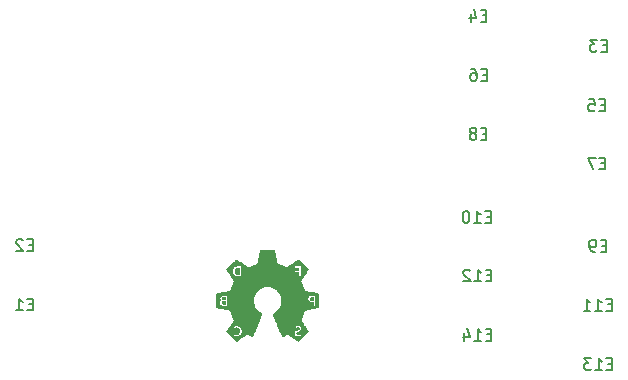
<source format=gbr>
G04 #@! TF.GenerationSoftware,KiCad,Pcbnew,(5.1.0)-1*
G04 #@! TF.CreationDate,2019-03-28T22:22:43+01:00*
G04 #@! TF.ProjectId,debounce_shield,6465626f-756e-4636-955f-736869656c64,rev?*
G04 #@! TF.SameCoordinates,Original*
G04 #@! TF.FileFunction,Legend,Bot*
G04 #@! TF.FilePolarity,Positive*
%FSLAX46Y46*%
G04 Gerber Fmt 4.6, Leading zero omitted, Abs format (unit mm)*
G04 Created by KiCad (PCBNEW (5.1.0)-1) date 2019-03-28 22:22:43*
%MOMM*%
%LPD*%
G04 APERTURE LIST*
%ADD10C,0.010000*%
%ADD11C,0.150000*%
G04 APERTURE END LIST*
D10*
G36*
X127064727Y-107733082D02*
G01*
X126990069Y-107768459D01*
X126938929Y-107828024D01*
X126910840Y-107912272D01*
X126904624Y-107994419D01*
X126916191Y-108094886D01*
X126950409Y-108171282D01*
X127008178Y-108225494D01*
X127017533Y-108231049D01*
X127074941Y-108253375D01*
X127145025Y-108267486D01*
X127210234Y-108270418D01*
X127232834Y-108267409D01*
X127244014Y-108262014D01*
X127251991Y-108248334D01*
X127257295Y-108221433D01*
X127260455Y-108176375D01*
X127262000Y-108108225D01*
X127262459Y-108012048D01*
X127262467Y-107991091D01*
X127262467Y-107721399D01*
X127163371Y-107721399D01*
X127064727Y-107733082D01*
X127064727Y-107733082D01*
G37*
X127064727Y-107733082D02*
X126990069Y-107768459D01*
X126938929Y-107828024D01*
X126910840Y-107912272D01*
X126904624Y-107994419D01*
X126916191Y-108094886D01*
X126950409Y-108171282D01*
X127008178Y-108225494D01*
X127017533Y-108231049D01*
X127074941Y-108253375D01*
X127145025Y-108267486D01*
X127210234Y-108270418D01*
X127232834Y-108267409D01*
X127244014Y-108262014D01*
X127251991Y-108248334D01*
X127257295Y-108221433D01*
X127260455Y-108176375D01*
X127262000Y-108108225D01*
X127262459Y-108012048D01*
X127262467Y-107991091D01*
X127262467Y-107721399D01*
X127163371Y-107721399D01*
X127064727Y-107733082D01*
G36*
X133427625Y-110230708D02*
G01*
X133352734Y-110240525D01*
X133305811Y-110259632D01*
X133281348Y-110292201D01*
X133273834Y-110342403D01*
X133273800Y-110347179D01*
X133283829Y-110403985D01*
X133316039Y-110440924D01*
X133373611Y-110460267D01*
X133438435Y-110464600D01*
X133527800Y-110464600D01*
X133527800Y-110223462D01*
X133427625Y-110230708D01*
X133427625Y-110230708D01*
G37*
X133427625Y-110230708D02*
X133352734Y-110240525D01*
X133305811Y-110259632D01*
X133281348Y-110292201D01*
X133273834Y-110342403D01*
X133273800Y-110347179D01*
X133283829Y-110403985D01*
X133316039Y-110440924D01*
X133373611Y-110460267D01*
X133438435Y-110464600D01*
X133527800Y-110464600D01*
X133527800Y-110223462D01*
X133427625Y-110230708D01*
G36*
X125996700Y-110210849D02*
G01*
X125912665Y-110219689D01*
X125856222Y-110245203D01*
X125828540Y-110286791D01*
X125826400Y-110298255D01*
X125835415Y-110345029D01*
X125873949Y-110377397D01*
X125940443Y-110394404D01*
X125987768Y-110396866D01*
X126077133Y-110396866D01*
X126077133Y-110210600D01*
X125996700Y-110210849D01*
X125996700Y-110210849D01*
G37*
X125996700Y-110210849D02*
X125912665Y-110219689D01*
X125856222Y-110245203D01*
X125828540Y-110286791D01*
X125826400Y-110298255D01*
X125835415Y-110345029D01*
X125873949Y-110377397D01*
X125940443Y-110394404D01*
X125987768Y-110396866D01*
X126077133Y-110396866D01*
X126077133Y-110210600D01*
X125996700Y-110210849D01*
G36*
X125979767Y-110566449D02*
G01*
X125894832Y-110572060D01*
X125838094Y-110589913D01*
X125805373Y-110622313D01*
X125792644Y-110669638D01*
X125794482Y-110716010D01*
X125812629Y-110747394D01*
X125852109Y-110767202D01*
X125917949Y-110778842D01*
X125958847Y-110782420D01*
X126077133Y-110790883D01*
X126077133Y-110566200D01*
X125979767Y-110566449D01*
X125979767Y-110566449D01*
G37*
X125979767Y-110566449D02*
X125894832Y-110572060D01*
X125838094Y-110589913D01*
X125805373Y-110622313D01*
X125792644Y-110669638D01*
X125794482Y-110716010D01*
X125812629Y-110747394D01*
X125852109Y-110767202D01*
X125917949Y-110778842D01*
X125958847Y-110782420D01*
X126077133Y-110790883D01*
X126077133Y-110566200D01*
X125979767Y-110566449D01*
G36*
X129059722Y-106235499D02*
G01*
X129053373Y-106261083D01*
X129041857Y-106315668D01*
X129026019Y-106394926D01*
X129006704Y-106494529D01*
X128984755Y-106610151D01*
X128961018Y-106737462D01*
X128948220Y-106806999D01*
X128916189Y-106978418D01*
X128888829Y-107117393D01*
X128865900Y-107224990D01*
X128847165Y-107302274D01*
X128832386Y-107350311D01*
X128822712Y-107368990D01*
X128799682Y-107383218D01*
X128749893Y-107407853D01*
X128678052Y-107440773D01*
X128588865Y-107479859D01*
X128487037Y-107522991D01*
X128413959Y-107553147D01*
X128291327Y-107602843D01*
X128195913Y-107640455D01*
X128123816Y-107667264D01*
X128071134Y-107684551D01*
X128033969Y-107693595D01*
X128008417Y-107695679D01*
X127990626Y-107692099D01*
X127966605Y-107678646D01*
X127918477Y-107648344D01*
X127849954Y-107603652D01*
X127775998Y-107554503D01*
X127465667Y-107554503D01*
X127465667Y-107992310D01*
X127465514Y-108125849D01*
X127464885Y-108229395D01*
X127463522Y-108306821D01*
X127461166Y-108361999D01*
X127457561Y-108398801D01*
X127452450Y-108421102D01*
X127445573Y-108432772D01*
X127436675Y-108437686D01*
X127436034Y-108437860D01*
X127384164Y-108445251D01*
X127309179Y-108448407D01*
X127221514Y-108447681D01*
X127131610Y-108443425D01*
X127049902Y-108435991D01*
X126986831Y-108425731D01*
X126973440Y-108422255D01*
X126886076Y-108382565D01*
X126806610Y-108321410D01*
X126743502Y-108246925D01*
X126705210Y-108167245D01*
X126704095Y-108163255D01*
X126688740Y-108070944D01*
X126685630Y-107965462D01*
X126694785Y-107864794D01*
X126703691Y-107822911D01*
X126737972Y-107747882D01*
X126795661Y-107674325D01*
X126867462Y-107612514D01*
X126922413Y-107581168D01*
X126990503Y-107560224D01*
X127081404Y-107545159D01*
X127184425Y-107536894D01*
X127288877Y-107536352D01*
X127370207Y-107542576D01*
X127465667Y-107554503D01*
X127775998Y-107554503D01*
X127764753Y-107547030D01*
X127666587Y-107480935D01*
X127559172Y-107407829D01*
X127501449Y-107368241D01*
X127391655Y-107293316D01*
X127289943Y-107224996D01*
X127199865Y-107165584D01*
X127124976Y-107117381D01*
X127068828Y-107082689D01*
X127034973Y-107063809D01*
X127027181Y-107061000D01*
X127008965Y-107072612D01*
X126970721Y-107105148D01*
X126915918Y-107155158D01*
X126848029Y-107219191D01*
X126770522Y-107293796D01*
X126686871Y-107375523D01*
X126600545Y-107460921D01*
X126515016Y-107546540D01*
X126433754Y-107628928D01*
X126360230Y-107704636D01*
X126297916Y-107770212D01*
X126250282Y-107822207D01*
X126220800Y-107857169D01*
X126212600Y-107870811D01*
X126221883Y-107889647D01*
X126248223Y-107932845D01*
X126289357Y-107996952D01*
X126343021Y-108078515D01*
X126406952Y-108174081D01*
X126478885Y-108280197D01*
X126527983Y-108351917D01*
X126604008Y-108463605D01*
X126673440Y-108567639D01*
X126734003Y-108660444D01*
X126783416Y-108738447D01*
X126819402Y-108798073D01*
X126839681Y-108835748D01*
X126843367Y-108846552D01*
X126836973Y-108869970D01*
X126819219Y-108919248D01*
X126792246Y-108989188D01*
X126758196Y-109074591D01*
X126719209Y-109170259D01*
X126677427Y-109270994D01*
X126634990Y-109371596D01*
X126594041Y-109466866D01*
X126556721Y-109551608D01*
X126525170Y-109620620D01*
X126520325Y-109630853D01*
X126511948Y-109648245D01*
X126502834Y-109662706D01*
X126489592Y-109675185D01*
X126468829Y-109686628D01*
X126437154Y-109697983D01*
X126391173Y-109710197D01*
X126327495Y-109724218D01*
X126242727Y-109740993D01*
X126133477Y-109761470D01*
X125996354Y-109786595D01*
X125899333Y-109804288D01*
X125775120Y-109827243D01*
X125660368Y-109849014D01*
X125559721Y-109868675D01*
X125477827Y-109885300D01*
X125419328Y-109897964D01*
X125388871Y-109905741D01*
X125387100Y-109906390D01*
X125349000Y-109922007D01*
X125349000Y-110487563D01*
X125349304Y-110650539D01*
X125350282Y-110782358D01*
X125352031Y-110885726D01*
X125354651Y-110963349D01*
X125358239Y-111017932D01*
X125362893Y-111052181D01*
X125368713Y-111068800D01*
X125370167Y-111070365D01*
X125391518Y-111077583D01*
X125442013Y-111089886D01*
X125517459Y-111106397D01*
X125613664Y-111126240D01*
X125726433Y-111148539D01*
X125851573Y-111172419D01*
X125916267Y-111184455D01*
X126045959Y-111208872D01*
X126165338Y-111232285D01*
X126270208Y-111253798D01*
X126356375Y-111272514D01*
X126419644Y-111287538D01*
X126455820Y-111297973D01*
X126462387Y-111301140D01*
X126473528Y-111321056D01*
X126494935Y-111367470D01*
X126524551Y-111435334D01*
X126560321Y-111519600D01*
X126600186Y-111615221D01*
X126642090Y-111717150D01*
X126683977Y-111820339D01*
X126723790Y-111919740D01*
X126759472Y-112010306D01*
X126788966Y-112086990D01*
X126810216Y-112144743D01*
X126821165Y-112178519D01*
X126822200Y-112184188D01*
X126812950Y-112202315D01*
X126786729Y-112244807D01*
X126745829Y-112308177D01*
X126692543Y-112388934D01*
X126629162Y-112483592D01*
X126557978Y-112588661D01*
X126517400Y-112648063D01*
X126442968Y-112757317D01*
X126375111Y-112858074D01*
X126316122Y-112946836D01*
X126268296Y-113020108D01*
X126233924Y-113074394D01*
X126215301Y-113106197D01*
X126212600Y-113112768D01*
X126224194Y-113129017D01*
X126257116Y-113166130D01*
X126308580Y-113221192D01*
X126375799Y-113291288D01*
X126455987Y-113373504D01*
X126546354Y-113464927D01*
X126617161Y-113535814D01*
X126727330Y-113645376D01*
X126816253Y-113733045D01*
X126886465Y-113801043D01*
X126940499Y-113851592D01*
X126980887Y-113886915D01*
X127010164Y-113909233D01*
X127030863Y-113920770D01*
X127045516Y-113923746D01*
X127055980Y-113920758D01*
X127078366Y-113906713D01*
X127124777Y-113876037D01*
X127191362Y-113831333D01*
X127274269Y-113775199D01*
X127369648Y-113710237D01*
X127473645Y-113639047D01*
X127497244Y-113622845D01*
X127602524Y-113551377D01*
X127700240Y-113486655D01*
X127786537Y-113431108D01*
X127857560Y-113387162D01*
X127909454Y-113357244D01*
X127938364Y-113343780D01*
X127941367Y-113343266D01*
X127969726Y-113350908D01*
X128020944Y-113371811D01*
X128088193Y-113402945D01*
X128164644Y-113441276D01*
X128178833Y-113448695D01*
X128267634Y-113493628D01*
X128334967Y-113523868D01*
X128378226Y-113538338D01*
X128393985Y-113537595D01*
X128404805Y-113517207D01*
X128426641Y-113469119D01*
X128458133Y-113396666D01*
X128497920Y-113303182D01*
X128544642Y-113192002D01*
X128582656Y-113100747D01*
X127504586Y-113100747D01*
X127491045Y-113210357D01*
X127459062Y-113311161D01*
X127409536Y-113396264D01*
X127343369Y-113458774D01*
X127337561Y-113462483D01*
X127216709Y-113518781D01*
X127087730Y-113542843D01*
X126949179Y-113534853D01*
X126880791Y-113520193D01*
X126825424Y-113504340D01*
X126783769Y-113489756D01*
X126767073Y-113481152D01*
X126764478Y-113459009D01*
X126772573Y-113419015D01*
X126787353Y-113373058D01*
X126804815Y-113333028D01*
X126820957Y-113310813D01*
X126824905Y-113309399D01*
X126852036Y-113316761D01*
X126874165Y-113326956D01*
X126920820Y-113340342D01*
X126987297Y-113346015D01*
X127060505Y-113344234D01*
X127127350Y-113335261D01*
X127171654Y-113321045D01*
X127227168Y-113273740D01*
X127264049Y-113200637D01*
X127280786Y-113105155D01*
X127281651Y-113072009D01*
X127268888Y-112967114D01*
X127232774Y-112886043D01*
X127174900Y-112830128D01*
X127096856Y-112800701D01*
X127000234Y-112799092D01*
X126962877Y-112805232D01*
X126893724Y-112818671D01*
X126849906Y-112822653D01*
X126823643Y-112814813D01*
X126807154Y-112792781D01*
X126792659Y-112754191D01*
X126792376Y-112753351D01*
X126780042Y-112704825D01*
X126779234Y-112671550D01*
X126782346Y-112665147D01*
X126815056Y-112647305D01*
X126871176Y-112630162D01*
X126940276Y-112615707D01*
X127011924Y-112605929D01*
X127075689Y-112602819D01*
X127101049Y-112604350D01*
X127209010Y-112630288D01*
X127308724Y-112678964D01*
X127390671Y-112744990D01*
X127425567Y-112788000D01*
X127472747Y-112882675D01*
X127498787Y-112989221D01*
X127504586Y-113100747D01*
X128582656Y-113100747D01*
X128596939Y-113066462D01*
X128653450Y-112929895D01*
X128712815Y-112785637D01*
X128773674Y-112637022D01*
X128834666Y-112487386D01*
X128894432Y-112340063D01*
X128951610Y-112198388D01*
X129004841Y-112065695D01*
X129052764Y-111945321D01*
X129094019Y-111840598D01*
X129127246Y-111754863D01*
X129151085Y-111691450D01*
X129164174Y-111653694D01*
X129166241Y-111644378D01*
X129147002Y-111622052D01*
X129110492Y-111595253D01*
X129103436Y-111591006D01*
X128945716Y-111482982D01*
X128801971Y-111352684D01*
X128677215Y-111205978D01*
X128576461Y-111048733D01*
X128506695Y-110892519D01*
X128471025Y-110754655D01*
X128451715Y-110599203D01*
X128449256Y-110438492D01*
X128464138Y-110284853D01*
X128479526Y-110209298D01*
X128528035Y-110060895D01*
X126280333Y-110060895D01*
X126280333Y-110937198D01*
X126225300Y-110946369D01*
X126085340Y-110961212D01*
X125943468Y-110961125D01*
X125813347Y-110946395D01*
X125768870Y-110936777D01*
X125681441Y-110899477D01*
X125618204Y-110839523D01*
X125581109Y-110759795D01*
X125572101Y-110663175D01*
X125573289Y-110647442D01*
X125583348Y-110587017D01*
X125603794Y-110545062D01*
X125635103Y-110512043D01*
X125688490Y-110464341D01*
X125650022Y-110412311D01*
X125621282Y-110348112D01*
X125614353Y-110272253D01*
X125629268Y-110199003D01*
X125649477Y-110161189D01*
X125708242Y-110108217D01*
X125794653Y-110070054D01*
X125905581Y-110047375D01*
X126037895Y-110040858D01*
X126168783Y-110048949D01*
X126280333Y-110060895D01*
X128528035Y-110060895D01*
X128538626Y-110028496D01*
X128622120Y-109867440D01*
X128733957Y-109718879D01*
X128765373Y-109684364D01*
X128917423Y-109544040D01*
X129080019Y-109435709D01*
X129254578Y-109358751D01*
X129442516Y-109312545D01*
X129645249Y-109296473D01*
X129651591Y-109296450D01*
X129852744Y-109312400D01*
X130043760Y-109360517D01*
X130223244Y-109440249D01*
X130389804Y-109551044D01*
X130470897Y-109620800D01*
X130609139Y-109770975D01*
X130716215Y-109934339D01*
X130792288Y-110111268D01*
X130837520Y-110302137D01*
X130852083Y-110499991D01*
X130836312Y-110700957D01*
X130788664Y-110891028D01*
X130709588Y-111069401D01*
X130599537Y-111235274D01*
X130458959Y-111387844D01*
X130288305Y-111526309D01*
X130268070Y-111540402D01*
X130200978Y-111587797D01*
X130158530Y-111621836D01*
X130136427Y-111646753D01*
X130130371Y-111666781D01*
X130131589Y-111674792D01*
X130141549Y-111703381D01*
X130162891Y-111758505D01*
X130194220Y-111836841D01*
X130234141Y-111935069D01*
X130281260Y-112049868D01*
X130334180Y-112177918D01*
X130391508Y-112315897D01*
X130451847Y-112460486D01*
X130513803Y-112608362D01*
X130575981Y-112756207D01*
X130636985Y-112900697D01*
X130695421Y-113038514D01*
X130749894Y-113166335D01*
X130799009Y-113280842D01*
X130841370Y-113378711D01*
X130875582Y-113456624D01*
X130900251Y-113511258D01*
X130913981Y-113539294D01*
X130916144Y-113542336D01*
X130936918Y-113536933D01*
X130981083Y-113517974D01*
X131042420Y-113488344D01*
X131114712Y-113450928D01*
X131124442Y-113445722D01*
X131200195Y-113406662D01*
X131268398Y-113374462D01*
X131321921Y-113352292D01*
X131353636Y-113343319D01*
X131355016Y-113343266D01*
X131380518Y-113352881D01*
X131430642Y-113380541D01*
X131502553Y-113424472D01*
X131593413Y-113482896D01*
X131700385Y-113554039D01*
X131797892Y-113620455D01*
X131903010Y-113692544D01*
X132000611Y-113759099D01*
X132086770Y-113817473D01*
X132157561Y-113865019D01*
X132209058Y-113899090D01*
X132237337Y-113917039D01*
X132239687Y-113918368D01*
X132251291Y-113922832D01*
X132264687Y-113922337D01*
X132282478Y-113914634D01*
X132307267Y-113897479D01*
X132341658Y-113868623D01*
X132388255Y-113825821D01*
X132449661Y-113766825D01*
X132528478Y-113689389D01*
X132627312Y-113591266D01*
X132682972Y-113535814D01*
X132779004Y-113439543D01*
X132866891Y-113350389D01*
X132943848Y-113271260D01*
X133007088Y-113205063D01*
X133053826Y-113154708D01*
X133081276Y-113123102D01*
X133087533Y-113113537D01*
X133078259Y-113095309D01*
X133052009Y-113052863D01*
X133011147Y-112989784D01*
X132958034Y-112909656D01*
X132914744Y-112845346D01*
X132556615Y-112845346D01*
X132550245Y-112927914D01*
X132548364Y-112934540D01*
X132520632Y-112997200D01*
X132475458Y-113049369D01*
X132407426Y-113095768D01*
X132311585Y-113140925D01*
X132235799Y-113173118D01*
X132186167Y-113197537D01*
X132157209Y-113218510D01*
X132143447Y-113240363D01*
X132139404Y-113267422D01*
X132139267Y-113277010D01*
X132153667Y-113321737D01*
X132194527Y-113349970D01*
X132258334Y-113360984D01*
X132341576Y-113354055D01*
X132420209Y-113334983D01*
X132469548Y-113320556D01*
X132504477Y-113311342D01*
X132513833Y-113309583D01*
X132526165Y-113324207D01*
X132539116Y-113360341D01*
X132549927Y-113405801D01*
X132555834Y-113448398D01*
X132554077Y-113475946D01*
X132552212Y-113478961D01*
X132522592Y-113494919D01*
X132469837Y-113512037D01*
X132404479Y-113527804D01*
X132337051Y-113539712D01*
X132278085Y-113545252D01*
X132273574Y-113545352D01*
X132209058Y-113540773D01*
X132136967Y-113527926D01*
X132110067Y-113520883D01*
X132019989Y-113478746D01*
X131971527Y-113435628D01*
X131942258Y-113398507D01*
X131926469Y-113363576D01*
X131920123Y-113317851D01*
X131919134Y-113267066D01*
X131920970Y-113204089D01*
X131929142Y-113161955D01*
X131947643Y-113127722D01*
X131970949Y-113099163D01*
X132031832Y-113048490D01*
X132124770Y-112999137D01*
X132159569Y-112984274D01*
X132235937Y-112949347D01*
X132292712Y-112915748D01*
X132322801Y-112888113D01*
X132339114Y-112857605D01*
X132332815Y-112836587D01*
X132310105Y-112816146D01*
X132253633Y-112790869D01*
X132178293Y-112787497D01*
X132091205Y-112806227D01*
X132080648Y-112809847D01*
X132039096Y-112823783D01*
X132014535Y-112830363D01*
X132011881Y-112830270D01*
X132005453Y-112813884D01*
X131990983Y-112776084D01*
X131981296Y-112750599D01*
X131964856Y-112703770D01*
X131961460Y-112677569D01*
X131970961Y-112661435D01*
X131979961Y-112654236D01*
X132017661Y-112636822D01*
X132076659Y-112619929D01*
X132144467Y-112606362D01*
X132208592Y-112598928D01*
X132229000Y-112598294D01*
X132328778Y-112611202D01*
X132415531Y-112646680D01*
X132485156Y-112700409D01*
X132533551Y-112768071D01*
X132556615Y-112845346D01*
X132914744Y-112845346D01*
X132895032Y-112816064D01*
X132824502Y-112712595D01*
X132797163Y-112672802D01*
X132723482Y-112565195D01*
X132655580Y-112464893D01*
X132595999Y-112375745D01*
X132547286Y-112301597D01*
X132511984Y-112246300D01*
X132492638Y-112213700D01*
X132490201Y-112208608D01*
X132486824Y-112191447D01*
X132488866Y-112166580D01*
X132497549Y-112130338D01*
X132514097Y-112079054D01*
X132539734Y-112009063D01*
X132575684Y-111916697D01*
X132623170Y-111798289D01*
X132645553Y-111743098D01*
X132691900Y-111630196D01*
X132735057Y-111527205D01*
X132773146Y-111438435D01*
X132804291Y-111368198D01*
X132826614Y-111320805D01*
X132838214Y-111300590D01*
X132859454Y-111292823D01*
X132909845Y-111280010D01*
X132985199Y-111263046D01*
X133081327Y-111242825D01*
X133194039Y-111220242D01*
X133319145Y-111196190D01*
X133383867Y-111184109D01*
X133513541Y-111159739D01*
X133632904Y-111136538D01*
X133737763Y-111115381D01*
X133823924Y-111097143D01*
X133887196Y-111082700D01*
X133923385Y-111072927D01*
X133929967Y-111070103D01*
X133936118Y-111057026D01*
X133941048Y-111026876D01*
X133944856Y-110976918D01*
X133947642Y-110904415D01*
X133949508Y-110806630D01*
X133950554Y-110680825D01*
X133950880Y-110524266D01*
X133950874Y-110500626D01*
X133950383Y-110366430D01*
X133949111Y-110242611D01*
X133947164Y-110133360D01*
X133945151Y-110060895D01*
X133747933Y-110060895D01*
X133747933Y-110496992D01*
X133747512Y-110615263D01*
X133746326Y-110722223D01*
X133744491Y-110813251D01*
X133742124Y-110883724D01*
X133739342Y-110929018D01*
X133736645Y-110944377D01*
X133714806Y-110950473D01*
X133669976Y-110954572D01*
X133626578Y-110955666D01*
X133527800Y-110955666D01*
X133527800Y-110655320D01*
X133401368Y-110647206D01*
X133281879Y-110629320D01*
X133185537Y-110593238D01*
X133115130Y-110540270D01*
X133085298Y-110498730D01*
X133060819Y-110424806D01*
X133053822Y-110337140D01*
X133064306Y-110250996D01*
X133085298Y-110193402D01*
X133137082Y-110131882D01*
X133216759Y-110085589D01*
X133321625Y-110055234D01*
X133448978Y-110041524D01*
X133596113Y-110045167D01*
X133636383Y-110048949D01*
X133747933Y-110060895D01*
X133945151Y-110060895D01*
X133944650Y-110042865D01*
X133941675Y-109975318D01*
X133938346Y-109934906D01*
X133936200Y-109925389D01*
X133915224Y-109915575D01*
X133862686Y-109900829D01*
X133780465Y-109881567D01*
X133670441Y-109858209D01*
X133534492Y-109831172D01*
X133385598Y-109802936D01*
X133254096Y-109778170D01*
X133132479Y-109754671D01*
X133024969Y-109733301D01*
X132935788Y-109714921D01*
X132869157Y-109700394D01*
X132829298Y-109690583D01*
X132820306Y-109687502D01*
X132804584Y-109667210D01*
X132778976Y-109620602D01*
X132745643Y-109552779D01*
X132706752Y-109468844D01*
X132664464Y-109373900D01*
X132620945Y-109273049D01*
X132578357Y-109171393D01*
X132538866Y-109074034D01*
X132504635Y-108986076D01*
X132477828Y-108912619D01*
X132460609Y-108858768D01*
X132455141Y-108829623D01*
X132455554Y-108827444D01*
X132467618Y-108806379D01*
X132496550Y-108761026D01*
X132539969Y-108694960D01*
X132595494Y-108611758D01*
X132660745Y-108514997D01*
X132705267Y-108449533D01*
X132511800Y-108449533D01*
X132308600Y-108449533D01*
X132308600Y-108077000D01*
X131953000Y-108077000D01*
X131953000Y-107890733D01*
X132308600Y-107890733D01*
X132308600Y-107721399D01*
X131900430Y-107721399D01*
X131905549Y-107632499D01*
X131910667Y-107543600D01*
X132211233Y-107538975D01*
X132511800Y-107534351D01*
X132511800Y-108449533D01*
X132705267Y-108449533D01*
X132733342Y-108408253D01*
X132777195Y-108344170D01*
X132852363Y-108233948D01*
X132920969Y-108132153D01*
X132980737Y-108042258D01*
X133029389Y-107967733D01*
X133064650Y-107912051D01*
X133084244Y-107878683D01*
X133087533Y-107870863D01*
X133075839Y-107852664D01*
X133043073Y-107814580D01*
X132992708Y-107760057D01*
X132928219Y-107692542D01*
X132853078Y-107615485D01*
X132770759Y-107532331D01*
X132684736Y-107446528D01*
X132598483Y-107361524D01*
X132515474Y-107280767D01*
X132439182Y-107207703D01*
X132373080Y-107145781D01*
X132320642Y-107098447D01*
X132285343Y-107069149D01*
X132271516Y-107061000D01*
X132250914Y-107070297D01*
X132205993Y-107096692D01*
X132140229Y-107137941D01*
X132057102Y-107191798D01*
X131960090Y-107256017D01*
X131852672Y-107328355D01*
X131772987Y-107382733D01*
X131660619Y-107459355D01*
X131556512Y-107529449D01*
X131464092Y-107590775D01*
X131386788Y-107641095D01*
X131328027Y-107678170D01*
X131291236Y-107699762D01*
X131280345Y-107704466D01*
X131258927Y-107698320D01*
X131211193Y-107681192D01*
X131142118Y-107655053D01*
X131056680Y-107621871D01*
X130959855Y-107583615D01*
X130856618Y-107542253D01*
X130751948Y-107499754D01*
X130650820Y-107458087D01*
X130558211Y-107419222D01*
X130543403Y-107412920D01*
X130520408Y-107403612D01*
X130501521Y-107395174D01*
X130485735Y-107384354D01*
X130472044Y-107367894D01*
X130459443Y-107342541D01*
X130446924Y-107305040D01*
X130433483Y-107252135D01*
X130418112Y-107180572D01*
X130399805Y-107087096D01*
X130377557Y-106968451D01*
X130350362Y-106821384D01*
X130335167Y-106739266D01*
X130311260Y-106611190D01*
X130289034Y-106493870D01*
X130269300Y-106391445D01*
X130252866Y-106308052D01*
X130240543Y-106247828D01*
X130233140Y-106214909D01*
X130231625Y-106210100D01*
X130213443Y-106207098D01*
X130165355Y-106204349D01*
X130091322Y-106201940D01*
X129995306Y-106199956D01*
X129881265Y-106198484D01*
X129753163Y-106197611D01*
X129648648Y-106197399D01*
X129073495Y-106197399D01*
X129059722Y-106235499D01*
X129059722Y-106235499D01*
G37*
X129059722Y-106235499D02*
X129053373Y-106261083D01*
X129041857Y-106315668D01*
X129026019Y-106394926D01*
X129006704Y-106494529D01*
X128984755Y-106610151D01*
X128961018Y-106737462D01*
X128948220Y-106806999D01*
X128916189Y-106978418D01*
X128888829Y-107117393D01*
X128865900Y-107224990D01*
X128847165Y-107302274D01*
X128832386Y-107350311D01*
X128822712Y-107368990D01*
X128799682Y-107383218D01*
X128749893Y-107407853D01*
X128678052Y-107440773D01*
X128588865Y-107479859D01*
X128487037Y-107522991D01*
X128413959Y-107553147D01*
X128291327Y-107602843D01*
X128195913Y-107640455D01*
X128123816Y-107667264D01*
X128071134Y-107684551D01*
X128033969Y-107693595D01*
X128008417Y-107695679D01*
X127990626Y-107692099D01*
X127966605Y-107678646D01*
X127918477Y-107648344D01*
X127849954Y-107603652D01*
X127775998Y-107554503D01*
X127465667Y-107554503D01*
X127465667Y-107992310D01*
X127465514Y-108125849D01*
X127464885Y-108229395D01*
X127463522Y-108306821D01*
X127461166Y-108361999D01*
X127457561Y-108398801D01*
X127452450Y-108421102D01*
X127445573Y-108432772D01*
X127436675Y-108437686D01*
X127436034Y-108437860D01*
X127384164Y-108445251D01*
X127309179Y-108448407D01*
X127221514Y-108447681D01*
X127131610Y-108443425D01*
X127049902Y-108435991D01*
X126986831Y-108425731D01*
X126973440Y-108422255D01*
X126886076Y-108382565D01*
X126806610Y-108321410D01*
X126743502Y-108246925D01*
X126705210Y-108167245D01*
X126704095Y-108163255D01*
X126688740Y-108070944D01*
X126685630Y-107965462D01*
X126694785Y-107864794D01*
X126703691Y-107822911D01*
X126737972Y-107747882D01*
X126795661Y-107674325D01*
X126867462Y-107612514D01*
X126922413Y-107581168D01*
X126990503Y-107560224D01*
X127081404Y-107545159D01*
X127184425Y-107536894D01*
X127288877Y-107536352D01*
X127370207Y-107542576D01*
X127465667Y-107554503D01*
X127775998Y-107554503D01*
X127764753Y-107547030D01*
X127666587Y-107480935D01*
X127559172Y-107407829D01*
X127501449Y-107368241D01*
X127391655Y-107293316D01*
X127289943Y-107224996D01*
X127199865Y-107165584D01*
X127124976Y-107117381D01*
X127068828Y-107082689D01*
X127034973Y-107063809D01*
X127027181Y-107061000D01*
X127008965Y-107072612D01*
X126970721Y-107105148D01*
X126915918Y-107155158D01*
X126848029Y-107219191D01*
X126770522Y-107293796D01*
X126686871Y-107375523D01*
X126600545Y-107460921D01*
X126515016Y-107546540D01*
X126433754Y-107628928D01*
X126360230Y-107704636D01*
X126297916Y-107770212D01*
X126250282Y-107822207D01*
X126220800Y-107857169D01*
X126212600Y-107870811D01*
X126221883Y-107889647D01*
X126248223Y-107932845D01*
X126289357Y-107996952D01*
X126343021Y-108078515D01*
X126406952Y-108174081D01*
X126478885Y-108280197D01*
X126527983Y-108351917D01*
X126604008Y-108463605D01*
X126673440Y-108567639D01*
X126734003Y-108660444D01*
X126783416Y-108738447D01*
X126819402Y-108798073D01*
X126839681Y-108835748D01*
X126843367Y-108846552D01*
X126836973Y-108869970D01*
X126819219Y-108919248D01*
X126792246Y-108989188D01*
X126758196Y-109074591D01*
X126719209Y-109170259D01*
X126677427Y-109270994D01*
X126634990Y-109371596D01*
X126594041Y-109466866D01*
X126556721Y-109551608D01*
X126525170Y-109620620D01*
X126520325Y-109630853D01*
X126511948Y-109648245D01*
X126502834Y-109662706D01*
X126489592Y-109675185D01*
X126468829Y-109686628D01*
X126437154Y-109697983D01*
X126391173Y-109710197D01*
X126327495Y-109724218D01*
X126242727Y-109740993D01*
X126133477Y-109761470D01*
X125996354Y-109786595D01*
X125899333Y-109804288D01*
X125775120Y-109827243D01*
X125660368Y-109849014D01*
X125559721Y-109868675D01*
X125477827Y-109885300D01*
X125419328Y-109897964D01*
X125388871Y-109905741D01*
X125387100Y-109906390D01*
X125349000Y-109922007D01*
X125349000Y-110487563D01*
X125349304Y-110650539D01*
X125350282Y-110782358D01*
X125352031Y-110885726D01*
X125354651Y-110963349D01*
X125358239Y-111017932D01*
X125362893Y-111052181D01*
X125368713Y-111068800D01*
X125370167Y-111070365D01*
X125391518Y-111077583D01*
X125442013Y-111089886D01*
X125517459Y-111106397D01*
X125613664Y-111126240D01*
X125726433Y-111148539D01*
X125851573Y-111172419D01*
X125916267Y-111184455D01*
X126045959Y-111208872D01*
X126165338Y-111232285D01*
X126270208Y-111253798D01*
X126356375Y-111272514D01*
X126419644Y-111287538D01*
X126455820Y-111297973D01*
X126462387Y-111301140D01*
X126473528Y-111321056D01*
X126494935Y-111367470D01*
X126524551Y-111435334D01*
X126560321Y-111519600D01*
X126600186Y-111615221D01*
X126642090Y-111717150D01*
X126683977Y-111820339D01*
X126723790Y-111919740D01*
X126759472Y-112010306D01*
X126788966Y-112086990D01*
X126810216Y-112144743D01*
X126821165Y-112178519D01*
X126822200Y-112184188D01*
X126812950Y-112202315D01*
X126786729Y-112244807D01*
X126745829Y-112308177D01*
X126692543Y-112388934D01*
X126629162Y-112483592D01*
X126557978Y-112588661D01*
X126517400Y-112648063D01*
X126442968Y-112757317D01*
X126375111Y-112858074D01*
X126316122Y-112946836D01*
X126268296Y-113020108D01*
X126233924Y-113074394D01*
X126215301Y-113106197D01*
X126212600Y-113112768D01*
X126224194Y-113129017D01*
X126257116Y-113166130D01*
X126308580Y-113221192D01*
X126375799Y-113291288D01*
X126455987Y-113373504D01*
X126546354Y-113464927D01*
X126617161Y-113535814D01*
X126727330Y-113645376D01*
X126816253Y-113733045D01*
X126886465Y-113801043D01*
X126940499Y-113851592D01*
X126980887Y-113886915D01*
X127010164Y-113909233D01*
X127030863Y-113920770D01*
X127045516Y-113923746D01*
X127055980Y-113920758D01*
X127078366Y-113906713D01*
X127124777Y-113876037D01*
X127191362Y-113831333D01*
X127274269Y-113775199D01*
X127369648Y-113710237D01*
X127473645Y-113639047D01*
X127497244Y-113622845D01*
X127602524Y-113551377D01*
X127700240Y-113486655D01*
X127786537Y-113431108D01*
X127857560Y-113387162D01*
X127909454Y-113357244D01*
X127938364Y-113343780D01*
X127941367Y-113343266D01*
X127969726Y-113350908D01*
X128020944Y-113371811D01*
X128088193Y-113402945D01*
X128164644Y-113441276D01*
X128178833Y-113448695D01*
X128267634Y-113493628D01*
X128334967Y-113523868D01*
X128378226Y-113538338D01*
X128393985Y-113537595D01*
X128404805Y-113517207D01*
X128426641Y-113469119D01*
X128458133Y-113396666D01*
X128497920Y-113303182D01*
X128544642Y-113192002D01*
X128582656Y-113100747D01*
X127504586Y-113100747D01*
X127491045Y-113210357D01*
X127459062Y-113311161D01*
X127409536Y-113396264D01*
X127343369Y-113458774D01*
X127337561Y-113462483D01*
X127216709Y-113518781D01*
X127087730Y-113542843D01*
X126949179Y-113534853D01*
X126880791Y-113520193D01*
X126825424Y-113504340D01*
X126783769Y-113489756D01*
X126767073Y-113481152D01*
X126764478Y-113459009D01*
X126772573Y-113419015D01*
X126787353Y-113373058D01*
X126804815Y-113333028D01*
X126820957Y-113310813D01*
X126824905Y-113309399D01*
X126852036Y-113316761D01*
X126874165Y-113326956D01*
X126920820Y-113340342D01*
X126987297Y-113346015D01*
X127060505Y-113344234D01*
X127127350Y-113335261D01*
X127171654Y-113321045D01*
X127227168Y-113273740D01*
X127264049Y-113200637D01*
X127280786Y-113105155D01*
X127281651Y-113072009D01*
X127268888Y-112967114D01*
X127232774Y-112886043D01*
X127174900Y-112830128D01*
X127096856Y-112800701D01*
X127000234Y-112799092D01*
X126962877Y-112805232D01*
X126893724Y-112818671D01*
X126849906Y-112822653D01*
X126823643Y-112814813D01*
X126807154Y-112792781D01*
X126792659Y-112754191D01*
X126792376Y-112753351D01*
X126780042Y-112704825D01*
X126779234Y-112671550D01*
X126782346Y-112665147D01*
X126815056Y-112647305D01*
X126871176Y-112630162D01*
X126940276Y-112615707D01*
X127011924Y-112605929D01*
X127075689Y-112602819D01*
X127101049Y-112604350D01*
X127209010Y-112630288D01*
X127308724Y-112678964D01*
X127390671Y-112744990D01*
X127425567Y-112788000D01*
X127472747Y-112882675D01*
X127498787Y-112989221D01*
X127504586Y-113100747D01*
X128582656Y-113100747D01*
X128596939Y-113066462D01*
X128653450Y-112929895D01*
X128712815Y-112785637D01*
X128773674Y-112637022D01*
X128834666Y-112487386D01*
X128894432Y-112340063D01*
X128951610Y-112198388D01*
X129004841Y-112065695D01*
X129052764Y-111945321D01*
X129094019Y-111840598D01*
X129127246Y-111754863D01*
X129151085Y-111691450D01*
X129164174Y-111653694D01*
X129166241Y-111644378D01*
X129147002Y-111622052D01*
X129110492Y-111595253D01*
X129103436Y-111591006D01*
X128945716Y-111482982D01*
X128801971Y-111352684D01*
X128677215Y-111205978D01*
X128576461Y-111048733D01*
X128506695Y-110892519D01*
X128471025Y-110754655D01*
X128451715Y-110599203D01*
X128449256Y-110438492D01*
X128464138Y-110284853D01*
X128479526Y-110209298D01*
X128528035Y-110060895D01*
X126280333Y-110060895D01*
X126280333Y-110937198D01*
X126225300Y-110946369D01*
X126085340Y-110961212D01*
X125943468Y-110961125D01*
X125813347Y-110946395D01*
X125768870Y-110936777D01*
X125681441Y-110899477D01*
X125618204Y-110839523D01*
X125581109Y-110759795D01*
X125572101Y-110663175D01*
X125573289Y-110647442D01*
X125583348Y-110587017D01*
X125603794Y-110545062D01*
X125635103Y-110512043D01*
X125688490Y-110464341D01*
X125650022Y-110412311D01*
X125621282Y-110348112D01*
X125614353Y-110272253D01*
X125629268Y-110199003D01*
X125649477Y-110161189D01*
X125708242Y-110108217D01*
X125794653Y-110070054D01*
X125905581Y-110047375D01*
X126037895Y-110040858D01*
X126168783Y-110048949D01*
X126280333Y-110060895D01*
X128528035Y-110060895D01*
X128538626Y-110028496D01*
X128622120Y-109867440D01*
X128733957Y-109718879D01*
X128765373Y-109684364D01*
X128917423Y-109544040D01*
X129080019Y-109435709D01*
X129254578Y-109358751D01*
X129442516Y-109312545D01*
X129645249Y-109296473D01*
X129651591Y-109296450D01*
X129852744Y-109312400D01*
X130043760Y-109360517D01*
X130223244Y-109440249D01*
X130389804Y-109551044D01*
X130470897Y-109620800D01*
X130609139Y-109770975D01*
X130716215Y-109934339D01*
X130792288Y-110111268D01*
X130837520Y-110302137D01*
X130852083Y-110499991D01*
X130836312Y-110700957D01*
X130788664Y-110891028D01*
X130709588Y-111069401D01*
X130599537Y-111235274D01*
X130458959Y-111387844D01*
X130288305Y-111526309D01*
X130268070Y-111540402D01*
X130200978Y-111587797D01*
X130158530Y-111621836D01*
X130136427Y-111646753D01*
X130130371Y-111666781D01*
X130131589Y-111674792D01*
X130141549Y-111703381D01*
X130162891Y-111758505D01*
X130194220Y-111836841D01*
X130234141Y-111935069D01*
X130281260Y-112049868D01*
X130334180Y-112177918D01*
X130391508Y-112315897D01*
X130451847Y-112460486D01*
X130513803Y-112608362D01*
X130575981Y-112756207D01*
X130636985Y-112900697D01*
X130695421Y-113038514D01*
X130749894Y-113166335D01*
X130799009Y-113280842D01*
X130841370Y-113378711D01*
X130875582Y-113456624D01*
X130900251Y-113511258D01*
X130913981Y-113539294D01*
X130916144Y-113542336D01*
X130936918Y-113536933D01*
X130981083Y-113517974D01*
X131042420Y-113488344D01*
X131114712Y-113450928D01*
X131124442Y-113445722D01*
X131200195Y-113406662D01*
X131268398Y-113374462D01*
X131321921Y-113352292D01*
X131353636Y-113343319D01*
X131355016Y-113343266D01*
X131380518Y-113352881D01*
X131430642Y-113380541D01*
X131502553Y-113424472D01*
X131593413Y-113482896D01*
X131700385Y-113554039D01*
X131797892Y-113620455D01*
X131903010Y-113692544D01*
X132000611Y-113759099D01*
X132086770Y-113817473D01*
X132157561Y-113865019D01*
X132209058Y-113899090D01*
X132237337Y-113917039D01*
X132239687Y-113918368D01*
X132251291Y-113922832D01*
X132264687Y-113922337D01*
X132282478Y-113914634D01*
X132307267Y-113897479D01*
X132341658Y-113868623D01*
X132388255Y-113825821D01*
X132449661Y-113766825D01*
X132528478Y-113689389D01*
X132627312Y-113591266D01*
X132682972Y-113535814D01*
X132779004Y-113439543D01*
X132866891Y-113350389D01*
X132943848Y-113271260D01*
X133007088Y-113205063D01*
X133053826Y-113154708D01*
X133081276Y-113123102D01*
X133087533Y-113113537D01*
X133078259Y-113095309D01*
X133052009Y-113052863D01*
X133011147Y-112989784D01*
X132958034Y-112909656D01*
X132914744Y-112845346D01*
X132556615Y-112845346D01*
X132550245Y-112927914D01*
X132548364Y-112934540D01*
X132520632Y-112997200D01*
X132475458Y-113049369D01*
X132407426Y-113095768D01*
X132311585Y-113140925D01*
X132235799Y-113173118D01*
X132186167Y-113197537D01*
X132157209Y-113218510D01*
X132143447Y-113240363D01*
X132139404Y-113267422D01*
X132139267Y-113277010D01*
X132153667Y-113321737D01*
X132194527Y-113349970D01*
X132258334Y-113360984D01*
X132341576Y-113354055D01*
X132420209Y-113334983D01*
X132469548Y-113320556D01*
X132504477Y-113311342D01*
X132513833Y-113309583D01*
X132526165Y-113324207D01*
X132539116Y-113360341D01*
X132549927Y-113405801D01*
X132555834Y-113448398D01*
X132554077Y-113475946D01*
X132552212Y-113478961D01*
X132522592Y-113494919D01*
X132469837Y-113512037D01*
X132404479Y-113527804D01*
X132337051Y-113539712D01*
X132278085Y-113545252D01*
X132273574Y-113545352D01*
X132209058Y-113540773D01*
X132136967Y-113527926D01*
X132110067Y-113520883D01*
X132019989Y-113478746D01*
X131971527Y-113435628D01*
X131942258Y-113398507D01*
X131926469Y-113363576D01*
X131920123Y-113317851D01*
X131919134Y-113267066D01*
X131920970Y-113204089D01*
X131929142Y-113161955D01*
X131947643Y-113127722D01*
X131970949Y-113099163D01*
X132031832Y-113048490D01*
X132124770Y-112999137D01*
X132159569Y-112984274D01*
X132235937Y-112949347D01*
X132292712Y-112915748D01*
X132322801Y-112888113D01*
X132339114Y-112857605D01*
X132332815Y-112836587D01*
X132310105Y-112816146D01*
X132253633Y-112790869D01*
X132178293Y-112787497D01*
X132091205Y-112806227D01*
X132080648Y-112809847D01*
X132039096Y-112823783D01*
X132014535Y-112830363D01*
X132011881Y-112830270D01*
X132005453Y-112813884D01*
X131990983Y-112776084D01*
X131981296Y-112750599D01*
X131964856Y-112703770D01*
X131961460Y-112677569D01*
X131970961Y-112661435D01*
X131979961Y-112654236D01*
X132017661Y-112636822D01*
X132076659Y-112619929D01*
X132144467Y-112606362D01*
X132208592Y-112598928D01*
X132229000Y-112598294D01*
X132328778Y-112611202D01*
X132415531Y-112646680D01*
X132485156Y-112700409D01*
X132533551Y-112768071D01*
X132556615Y-112845346D01*
X132914744Y-112845346D01*
X132895032Y-112816064D01*
X132824502Y-112712595D01*
X132797163Y-112672802D01*
X132723482Y-112565195D01*
X132655580Y-112464893D01*
X132595999Y-112375745D01*
X132547286Y-112301597D01*
X132511984Y-112246300D01*
X132492638Y-112213700D01*
X132490201Y-112208608D01*
X132486824Y-112191447D01*
X132488866Y-112166580D01*
X132497549Y-112130338D01*
X132514097Y-112079054D01*
X132539734Y-112009063D01*
X132575684Y-111916697D01*
X132623170Y-111798289D01*
X132645553Y-111743098D01*
X132691900Y-111630196D01*
X132735057Y-111527205D01*
X132773146Y-111438435D01*
X132804291Y-111368198D01*
X132826614Y-111320805D01*
X132838214Y-111300590D01*
X132859454Y-111292823D01*
X132909845Y-111280010D01*
X132985199Y-111263046D01*
X133081327Y-111242825D01*
X133194039Y-111220242D01*
X133319145Y-111196190D01*
X133383867Y-111184109D01*
X133513541Y-111159739D01*
X133632904Y-111136538D01*
X133737763Y-111115381D01*
X133823924Y-111097143D01*
X133887196Y-111082700D01*
X133923385Y-111072927D01*
X133929967Y-111070103D01*
X133936118Y-111057026D01*
X133941048Y-111026876D01*
X133944856Y-110976918D01*
X133947642Y-110904415D01*
X133949508Y-110806630D01*
X133950554Y-110680825D01*
X133950880Y-110524266D01*
X133950874Y-110500626D01*
X133950383Y-110366430D01*
X133949111Y-110242611D01*
X133947164Y-110133360D01*
X133945151Y-110060895D01*
X133747933Y-110060895D01*
X133747933Y-110496992D01*
X133747512Y-110615263D01*
X133746326Y-110722223D01*
X133744491Y-110813251D01*
X133742124Y-110883724D01*
X133739342Y-110929018D01*
X133736645Y-110944377D01*
X133714806Y-110950473D01*
X133669976Y-110954572D01*
X133626578Y-110955666D01*
X133527800Y-110955666D01*
X133527800Y-110655320D01*
X133401368Y-110647206D01*
X133281879Y-110629320D01*
X133185537Y-110593238D01*
X133115130Y-110540270D01*
X133085298Y-110498730D01*
X133060819Y-110424806D01*
X133053822Y-110337140D01*
X133064306Y-110250996D01*
X133085298Y-110193402D01*
X133137082Y-110131882D01*
X133216759Y-110085589D01*
X133321625Y-110055234D01*
X133448978Y-110041524D01*
X133596113Y-110045167D01*
X133636383Y-110048949D01*
X133747933Y-110060895D01*
X133945151Y-110060895D01*
X133944650Y-110042865D01*
X133941675Y-109975318D01*
X133938346Y-109934906D01*
X133936200Y-109925389D01*
X133915224Y-109915575D01*
X133862686Y-109900829D01*
X133780465Y-109881567D01*
X133670441Y-109858209D01*
X133534492Y-109831172D01*
X133385598Y-109802936D01*
X133254096Y-109778170D01*
X133132479Y-109754671D01*
X133024969Y-109733301D01*
X132935788Y-109714921D01*
X132869157Y-109700394D01*
X132829298Y-109690583D01*
X132820306Y-109687502D01*
X132804584Y-109667210D01*
X132778976Y-109620602D01*
X132745643Y-109552779D01*
X132706752Y-109468844D01*
X132664464Y-109373900D01*
X132620945Y-109273049D01*
X132578357Y-109171393D01*
X132538866Y-109074034D01*
X132504635Y-108986076D01*
X132477828Y-108912619D01*
X132460609Y-108858768D01*
X132455141Y-108829623D01*
X132455554Y-108827444D01*
X132467618Y-108806379D01*
X132496550Y-108761026D01*
X132539969Y-108694960D01*
X132595494Y-108611758D01*
X132660745Y-108514997D01*
X132705267Y-108449533D01*
X132511800Y-108449533D01*
X132308600Y-108449533D01*
X132308600Y-108077000D01*
X131953000Y-108077000D01*
X131953000Y-107890733D01*
X132308600Y-107890733D01*
X132308600Y-107721399D01*
X131900430Y-107721399D01*
X131905549Y-107632499D01*
X131910667Y-107543600D01*
X132211233Y-107538975D01*
X132511800Y-107534351D01*
X132511800Y-108449533D01*
X132705267Y-108449533D01*
X132733342Y-108408253D01*
X132777195Y-108344170D01*
X132852363Y-108233948D01*
X132920969Y-108132153D01*
X132980737Y-108042258D01*
X133029389Y-107967733D01*
X133064650Y-107912051D01*
X133084244Y-107878683D01*
X133087533Y-107870863D01*
X133075839Y-107852664D01*
X133043073Y-107814580D01*
X132992708Y-107760057D01*
X132928219Y-107692542D01*
X132853078Y-107615485D01*
X132770759Y-107532331D01*
X132684736Y-107446528D01*
X132598483Y-107361524D01*
X132515474Y-107280767D01*
X132439182Y-107207703D01*
X132373080Y-107145781D01*
X132320642Y-107098447D01*
X132285343Y-107069149D01*
X132271516Y-107061000D01*
X132250914Y-107070297D01*
X132205993Y-107096692D01*
X132140229Y-107137941D01*
X132057102Y-107191798D01*
X131960090Y-107256017D01*
X131852672Y-107328355D01*
X131772987Y-107382733D01*
X131660619Y-107459355D01*
X131556512Y-107529449D01*
X131464092Y-107590775D01*
X131386788Y-107641095D01*
X131328027Y-107678170D01*
X131291236Y-107699762D01*
X131280345Y-107704466D01*
X131258927Y-107698320D01*
X131211193Y-107681192D01*
X131142118Y-107655053D01*
X131056680Y-107621871D01*
X130959855Y-107583615D01*
X130856618Y-107542253D01*
X130751948Y-107499754D01*
X130650820Y-107458087D01*
X130558211Y-107419222D01*
X130543403Y-107412920D01*
X130520408Y-107403612D01*
X130501521Y-107395174D01*
X130485735Y-107384354D01*
X130472044Y-107367894D01*
X130459443Y-107342541D01*
X130446924Y-107305040D01*
X130433483Y-107252135D01*
X130418112Y-107180572D01*
X130399805Y-107087096D01*
X130377557Y-106968451D01*
X130350362Y-106821384D01*
X130335167Y-106739266D01*
X130311260Y-106611190D01*
X130289034Y-106493870D01*
X130269300Y-106391445D01*
X130252866Y-106308052D01*
X130240543Y-106247828D01*
X130233140Y-106214909D01*
X130231625Y-106210100D01*
X130213443Y-106207098D01*
X130165355Y-106204349D01*
X130091322Y-106201940D01*
X129995306Y-106199956D01*
X129881265Y-106198484D01*
X129753163Y-106197611D01*
X129648648Y-106197399D01*
X129073495Y-106197399D01*
X129059722Y-106235499D01*
D11*
X148226376Y-96374271D02*
X147893042Y-96374271D01*
X147750185Y-96898080D02*
X148226376Y-96898080D01*
X148226376Y-95898080D01*
X147750185Y-95898080D01*
X147178757Y-96326652D02*
X147273995Y-96279033D01*
X147321614Y-96231414D01*
X147369233Y-96136176D01*
X147369233Y-96088557D01*
X147321614Y-95993319D01*
X147273995Y-95945700D01*
X147178757Y-95898080D01*
X146988280Y-95898080D01*
X146893042Y-95945700D01*
X146845423Y-95993319D01*
X146797804Y-96088557D01*
X146797804Y-96136176D01*
X146845423Y-96231414D01*
X146893042Y-96279033D01*
X146988280Y-96326652D01*
X147178757Y-96326652D01*
X147273995Y-96374271D01*
X147321614Y-96421890D01*
X147369233Y-96517128D01*
X147369233Y-96707604D01*
X147321614Y-96802842D01*
X147273995Y-96850461D01*
X147178757Y-96898080D01*
X146988280Y-96898080D01*
X146893042Y-96850461D01*
X146845423Y-96802842D01*
X146797804Y-96707604D01*
X146797804Y-96517128D01*
X146845423Y-96421890D01*
X146893042Y-96374271D01*
X146988280Y-96326652D01*
X109808876Y-110826871D02*
X109475542Y-110826871D01*
X109332685Y-111350680D02*
X109808876Y-111350680D01*
X109808876Y-110350680D01*
X109332685Y-110350680D01*
X108380304Y-111350680D02*
X108951733Y-111350680D01*
X108666019Y-111350680D02*
X108666019Y-110350680D01*
X108761257Y-110493538D01*
X108856495Y-110588776D01*
X108951733Y-110636395D01*
X109834276Y-105810371D02*
X109500942Y-105810371D01*
X109358085Y-106334180D02*
X109834276Y-106334180D01*
X109834276Y-105334180D01*
X109358085Y-105334180D01*
X108977133Y-105429419D02*
X108929514Y-105381800D01*
X108834276Y-105334180D01*
X108596180Y-105334180D01*
X108500942Y-105381800D01*
X108453323Y-105429419D01*
X108405704Y-105524657D01*
X108405704Y-105619895D01*
X108453323Y-105762752D01*
X109024752Y-106334180D01*
X108405704Y-106334180D01*
X158399076Y-88915571D02*
X158065742Y-88915571D01*
X157922885Y-89439380D02*
X158399076Y-89439380D01*
X158399076Y-88439380D01*
X157922885Y-88439380D01*
X157589552Y-88439380D02*
X156970504Y-88439380D01*
X157303838Y-88820333D01*
X157160980Y-88820333D01*
X157065742Y-88867952D01*
X157018123Y-88915571D01*
X156970504Y-89010809D01*
X156970504Y-89248904D01*
X157018123Y-89344142D01*
X157065742Y-89391761D01*
X157160980Y-89439380D01*
X157446695Y-89439380D01*
X157541933Y-89391761D01*
X157589552Y-89344142D01*
X148226376Y-86379371D02*
X147893042Y-86379371D01*
X147750185Y-86903180D02*
X148226376Y-86903180D01*
X148226376Y-85903180D01*
X147750185Y-85903180D01*
X146893042Y-86236514D02*
X146893042Y-86903180D01*
X147131138Y-85855561D02*
X147369233Y-86569847D01*
X146750185Y-86569847D01*
X148639066Y-113379571D02*
X148305733Y-113379571D01*
X148162876Y-113903380D02*
X148639066Y-113903380D01*
X148639066Y-112903380D01*
X148162876Y-112903380D01*
X147210495Y-113903380D02*
X147781923Y-113903380D01*
X147496209Y-113903380D02*
X147496209Y-112903380D01*
X147591447Y-113046238D01*
X147686685Y-113141476D01*
X147781923Y-113189095D01*
X146353352Y-113236714D02*
X146353352Y-113903380D01*
X146591447Y-112855761D02*
X146829542Y-113570047D01*
X146210495Y-113570047D01*
X148264476Y-91383171D02*
X147931142Y-91383171D01*
X147788285Y-91906980D02*
X148264476Y-91906980D01*
X148264476Y-90906980D01*
X147788285Y-90906980D01*
X146931142Y-90906980D02*
X147121619Y-90906980D01*
X147216857Y-90954600D01*
X147264476Y-91002219D01*
X147359714Y-91145076D01*
X147407333Y-91335552D01*
X147407333Y-91716504D01*
X147359714Y-91811742D01*
X147312095Y-91859361D01*
X147216857Y-91906980D01*
X147026380Y-91906980D01*
X146931142Y-91859361D01*
X146883523Y-91811742D01*
X146835904Y-91716504D01*
X146835904Y-91478409D01*
X146883523Y-91383171D01*
X146931142Y-91335552D01*
X147026380Y-91287933D01*
X147216857Y-91287933D01*
X147312095Y-91335552D01*
X147359714Y-91383171D01*
X147407333Y-91478409D01*
X158862566Y-115877671D02*
X158529233Y-115877671D01*
X158386376Y-116401480D02*
X158862566Y-116401480D01*
X158862566Y-115401480D01*
X158386376Y-115401480D01*
X157433995Y-116401480D02*
X158005423Y-116401480D01*
X157719709Y-116401480D02*
X157719709Y-115401480D01*
X157814947Y-115544338D01*
X157910185Y-115639576D01*
X158005423Y-115687195D01*
X157100661Y-115401480D02*
X156481614Y-115401480D01*
X156814947Y-115782433D01*
X156672090Y-115782433D01*
X156576852Y-115830052D01*
X156529233Y-115877671D01*
X156481614Y-115972909D01*
X156481614Y-116211004D01*
X156529233Y-116306242D01*
X156576852Y-116353861D01*
X156672090Y-116401480D01*
X156957804Y-116401480D01*
X157053042Y-116353861D01*
X157100661Y-116306242D01*
X148639066Y-108375771D02*
X148305733Y-108375771D01*
X148162876Y-108899580D02*
X148639066Y-108899580D01*
X148639066Y-107899580D01*
X148162876Y-107899580D01*
X147210495Y-108899580D02*
X147781923Y-108899580D01*
X147496209Y-108899580D02*
X147496209Y-107899580D01*
X147591447Y-108042438D01*
X147686685Y-108137676D01*
X147781923Y-108185295D01*
X146829542Y-107994819D02*
X146781923Y-107947200D01*
X146686685Y-107899580D01*
X146448590Y-107899580D01*
X146353352Y-107947200D01*
X146305733Y-107994819D01*
X146258114Y-108090057D01*
X146258114Y-108185295D01*
X146305733Y-108328152D01*
X146877161Y-108899580D01*
X146258114Y-108899580D01*
X158837166Y-110848471D02*
X158503833Y-110848471D01*
X158360976Y-111372280D02*
X158837166Y-111372280D01*
X158837166Y-110372280D01*
X158360976Y-110372280D01*
X157408595Y-111372280D02*
X157980023Y-111372280D01*
X157694309Y-111372280D02*
X157694309Y-110372280D01*
X157789547Y-110515138D01*
X157884785Y-110610376D01*
X157980023Y-110657995D01*
X156456214Y-111372280D02*
X157027642Y-111372280D01*
X156741928Y-111372280D02*
X156741928Y-110372280D01*
X156837166Y-110515138D01*
X156932404Y-110610376D01*
X157027642Y-110657995D01*
X148588266Y-103410071D02*
X148254933Y-103410071D01*
X148112076Y-103933880D02*
X148588266Y-103933880D01*
X148588266Y-102933880D01*
X148112076Y-102933880D01*
X147159695Y-103933880D02*
X147731123Y-103933880D01*
X147445409Y-103933880D02*
X147445409Y-102933880D01*
X147540647Y-103076738D01*
X147635885Y-103171976D01*
X147731123Y-103219595D01*
X146540647Y-102933880D02*
X146445409Y-102933880D01*
X146350171Y-102981500D01*
X146302552Y-103029119D01*
X146254933Y-103124357D01*
X146207314Y-103314833D01*
X146207314Y-103552928D01*
X146254933Y-103743404D01*
X146302552Y-103838642D01*
X146350171Y-103886261D01*
X146445409Y-103933880D01*
X146540647Y-103933880D01*
X146635885Y-103886261D01*
X146683504Y-103838642D01*
X146731123Y-103743404D01*
X146778742Y-103552928D01*
X146778742Y-103314833D01*
X146731123Y-103124357D01*
X146683504Y-103029119D01*
X146635885Y-102981500D01*
X146540647Y-102933880D01*
X158376976Y-105862071D02*
X158043642Y-105862071D01*
X157900785Y-106385880D02*
X158376976Y-106385880D01*
X158376976Y-105385880D01*
X157900785Y-105385880D01*
X157424595Y-106385880D02*
X157234119Y-106385880D01*
X157138880Y-106338261D01*
X157091261Y-106290642D01*
X156996023Y-106147785D01*
X156948404Y-105957309D01*
X156948404Y-105576357D01*
X156996023Y-105481119D01*
X157043642Y-105433500D01*
X157138880Y-105385880D01*
X157329357Y-105385880D01*
X157424595Y-105433500D01*
X157472214Y-105481119D01*
X157519833Y-105576357D01*
X157519833Y-105814452D01*
X157472214Y-105909690D01*
X157424595Y-105957309D01*
X157329357Y-106004928D01*
X157138880Y-106004928D01*
X157043642Y-105957309D01*
X156996023Y-105909690D01*
X156948404Y-105814452D01*
X158262676Y-93952771D02*
X157929342Y-93952771D01*
X157786485Y-94476580D02*
X158262676Y-94476580D01*
X158262676Y-93476580D01*
X157786485Y-93476580D01*
X156881723Y-93476580D02*
X157357914Y-93476580D01*
X157405533Y-93952771D01*
X157357914Y-93905152D01*
X157262676Y-93857533D01*
X157024580Y-93857533D01*
X156929342Y-93905152D01*
X156881723Y-93952771D01*
X156834104Y-94048009D01*
X156834104Y-94286104D01*
X156881723Y-94381342D01*
X156929342Y-94428961D01*
X157024580Y-94476580D01*
X157262676Y-94476580D01*
X157357914Y-94428961D01*
X157405533Y-94381342D01*
X158272076Y-98897771D02*
X157938742Y-98897771D01*
X157795885Y-99421580D02*
X158272076Y-99421580D01*
X158272076Y-98421580D01*
X157795885Y-98421580D01*
X157462552Y-98421580D02*
X156795885Y-98421580D01*
X157224457Y-99421580D01*
M02*

</source>
